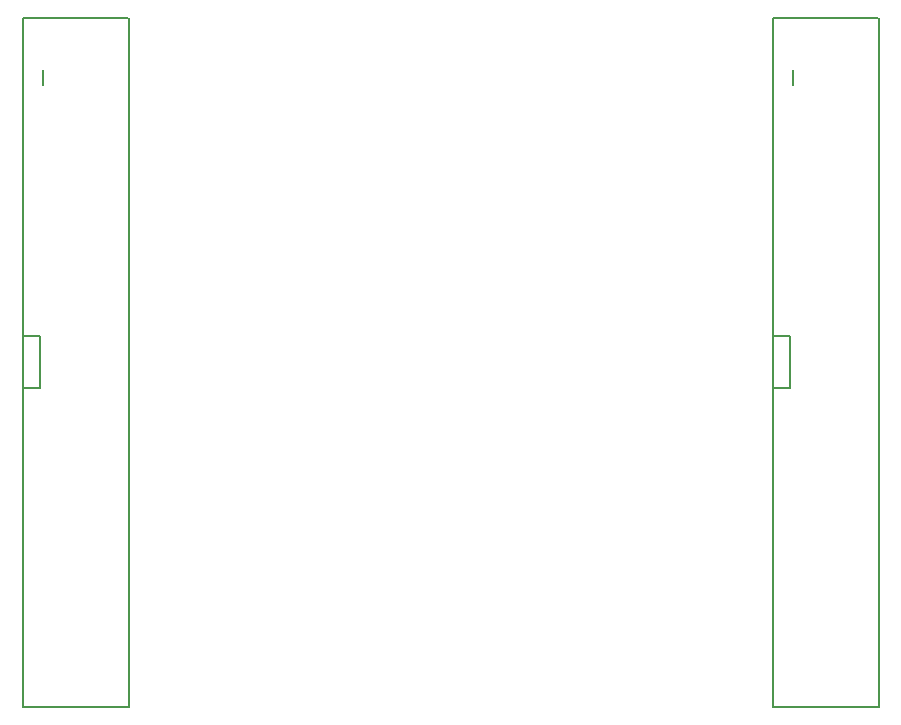
<source format=gto>
G75*
%MOIN*%
%OFA0B0*%
%FSLAX25Y25*%
%IPPOS*%
%LPD*%
%AMOC8*
5,1,8,0,0,1.08239X$1,22.5*
%
%ADD10C,0.00800*%
D10*
X0490617Y0036236D02*
X0526050Y0036236D01*
X0526050Y0265764D01*
X0525656Y0265764D02*
X0490617Y0265764D01*
X0490617Y0036236D01*
X0740617Y0036236D02*
X0776050Y0036236D01*
X0776050Y0265764D01*
X0775656Y0265764D02*
X0740617Y0265764D01*
X0740617Y0036236D01*
X0740617Y0142339D02*
X0746522Y0142339D01*
X0746522Y0159661D01*
X0740617Y0159661D01*
X0747408Y0243500D02*
X0747408Y0248500D01*
X0497408Y0248500D02*
X0497408Y0243500D01*
X0496522Y0159661D02*
X0490617Y0159661D01*
X0496522Y0159661D02*
X0496522Y0142339D01*
X0490617Y0142339D01*
M02*

</source>
